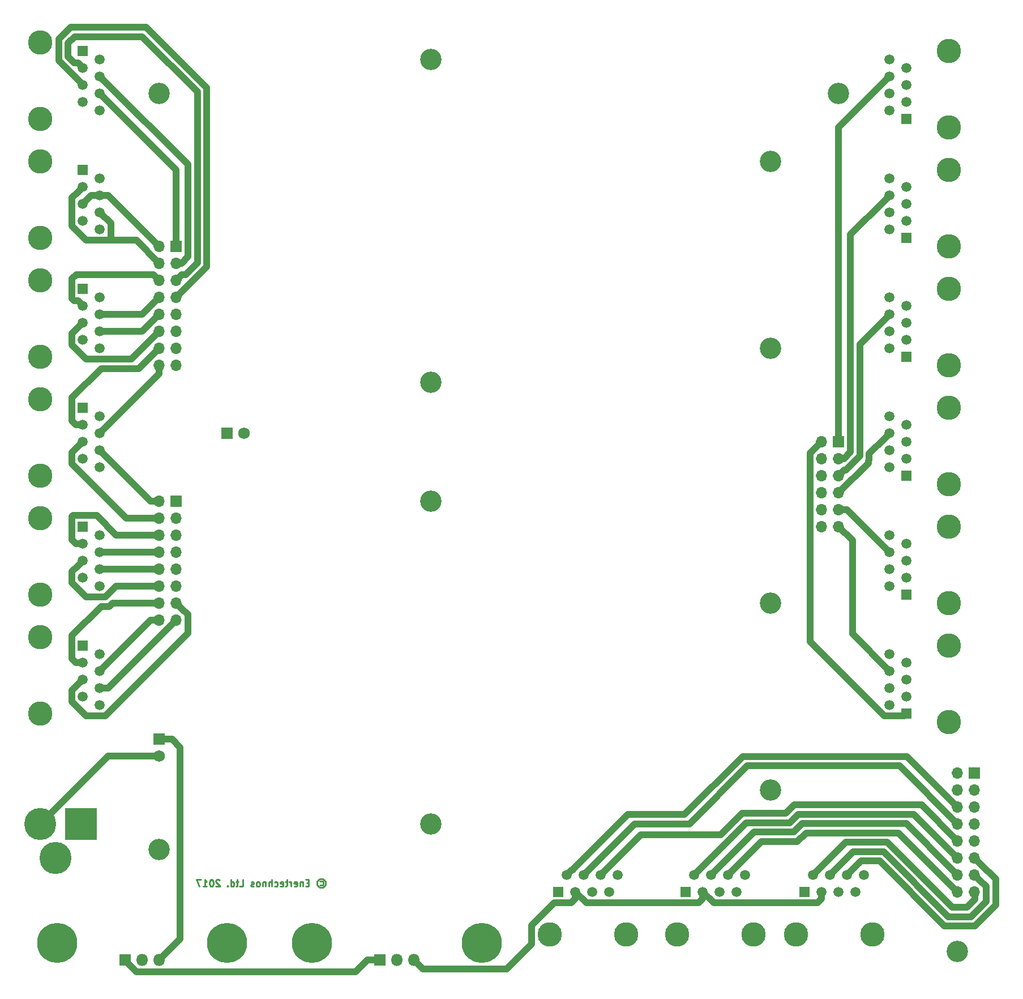
<source format=gbr>
G04 #@! TF.FileFunction,Copper,L2,Bot,Signal*
%FSLAX46Y46*%
G04 Gerber Fmt 4.6, Leading zero omitted, Abs format (unit mm)*
G04 Created by KiCad (PCBNEW 4.0.7) date 01/04/18 11:22:08*
%MOMM*%
%LPD*%
G01*
G04 APERTURE LIST*
%ADD10C,0.100000*%
%ADD11C,0.250000*%
%ADD12R,1.800000X1.800000*%
%ADD13O,1.800000X1.800000*%
%ADD14C,5.999480*%
%ADD15C,3.200000*%
%ADD16R,1.700000X1.700000*%
%ADD17O,1.700000X1.700000*%
%ADD18C,4.800000*%
%ADD19R,4.800000X4.800000*%
%ADD20C,3.650000*%
%ADD21R,1.500000X1.500000*%
%ADD22C,1.500000*%
%ADD23R,1.750000X1.750000*%
%ADD24C,1.750000*%
%ADD25C,1.000000*%
G04 APERTURE END LIST*
D10*
D11*
X51965716Y16819524D02*
X52060954Y16867143D01*
X52251430Y16867143D01*
X52346668Y16819524D01*
X52441906Y16724286D01*
X52489525Y16629048D01*
X52489525Y16438571D01*
X52441906Y16343333D01*
X52346668Y16248095D01*
X52251430Y16200476D01*
X52060954Y16200476D01*
X51965716Y16248095D01*
X52156192Y17200476D02*
X52394287Y17152857D01*
X52632383Y17010000D01*
X52775240Y16771905D01*
X52822859Y16533810D01*
X52775240Y16295714D01*
X52632383Y16057619D01*
X52394287Y15914762D01*
X52156192Y15867143D01*
X51918097Y15914762D01*
X51680002Y16057619D01*
X51537145Y16295714D01*
X51489525Y16533810D01*
X51537145Y16771905D01*
X51680002Y17010000D01*
X51918097Y17152857D01*
X52156192Y17200476D01*
X50299049Y16581429D02*
X49965715Y16581429D01*
X49822858Y16057619D02*
X50299049Y16057619D01*
X50299049Y17057619D01*
X49822858Y17057619D01*
X49394287Y16724286D02*
X49394287Y16057619D01*
X49394287Y16629048D02*
X49346668Y16676667D01*
X49251430Y16724286D01*
X49108572Y16724286D01*
X49013334Y16676667D01*
X48965715Y16581429D01*
X48965715Y16057619D01*
X48108572Y16105238D02*
X48203810Y16057619D01*
X48394287Y16057619D01*
X48489525Y16105238D01*
X48537144Y16200476D01*
X48537144Y16581429D01*
X48489525Y16676667D01*
X48394287Y16724286D01*
X48203810Y16724286D01*
X48108572Y16676667D01*
X48060953Y16581429D01*
X48060953Y16486190D01*
X48537144Y16390952D01*
X47632382Y16057619D02*
X47632382Y16724286D01*
X47632382Y16533810D02*
X47584763Y16629048D01*
X47537144Y16676667D01*
X47441906Y16724286D01*
X47346667Y16724286D01*
X47156191Y16724286D02*
X46775239Y16724286D01*
X47013334Y17057619D02*
X47013334Y16200476D01*
X46965715Y16105238D01*
X46870477Y16057619D01*
X46775239Y16057619D01*
X46060952Y16105238D02*
X46156190Y16057619D01*
X46346667Y16057619D01*
X46441905Y16105238D01*
X46489524Y16200476D01*
X46489524Y16581429D01*
X46441905Y16676667D01*
X46346667Y16724286D01*
X46156190Y16724286D01*
X46060952Y16676667D01*
X46013333Y16581429D01*
X46013333Y16486190D01*
X46489524Y16390952D01*
X45156190Y16105238D02*
X45251428Y16057619D01*
X45441905Y16057619D01*
X45537143Y16105238D01*
X45584762Y16152857D01*
X45632381Y16248095D01*
X45632381Y16533810D01*
X45584762Y16629048D01*
X45537143Y16676667D01*
X45441905Y16724286D01*
X45251428Y16724286D01*
X45156190Y16676667D01*
X44727619Y16057619D02*
X44727619Y17057619D01*
X44299047Y16057619D02*
X44299047Y16581429D01*
X44346666Y16676667D01*
X44441904Y16724286D01*
X44584762Y16724286D01*
X44680000Y16676667D01*
X44727619Y16629048D01*
X43822857Y16724286D02*
X43822857Y16057619D01*
X43822857Y16629048D02*
X43775238Y16676667D01*
X43680000Y16724286D01*
X43537142Y16724286D01*
X43441904Y16676667D01*
X43394285Y16581429D01*
X43394285Y16057619D01*
X42775238Y16057619D02*
X42870476Y16105238D01*
X42918095Y16152857D01*
X42965714Y16248095D01*
X42965714Y16533810D01*
X42918095Y16629048D01*
X42870476Y16676667D01*
X42775238Y16724286D01*
X42632380Y16724286D01*
X42537142Y16676667D01*
X42489523Y16629048D01*
X42441904Y16533810D01*
X42441904Y16248095D01*
X42489523Y16152857D01*
X42537142Y16105238D01*
X42632380Y16057619D01*
X42775238Y16057619D01*
X42060952Y16105238D02*
X41965714Y16057619D01*
X41775238Y16057619D01*
X41679999Y16105238D01*
X41632380Y16200476D01*
X41632380Y16248095D01*
X41679999Y16343333D01*
X41775238Y16390952D01*
X41918095Y16390952D01*
X42013333Y16438571D01*
X42060952Y16533810D01*
X42060952Y16581429D01*
X42013333Y16676667D01*
X41918095Y16724286D01*
X41775238Y16724286D01*
X41679999Y16676667D01*
X39965713Y16057619D02*
X40441904Y16057619D01*
X40441904Y17057619D01*
X39775237Y16724286D02*
X39394285Y16724286D01*
X39632380Y17057619D02*
X39632380Y16200476D01*
X39584761Y16105238D01*
X39489523Y16057619D01*
X39394285Y16057619D01*
X38632379Y16057619D02*
X38632379Y17057619D01*
X38632379Y16105238D02*
X38727617Y16057619D01*
X38918094Y16057619D01*
X39013332Y16105238D01*
X39060951Y16152857D01*
X39108570Y16248095D01*
X39108570Y16533810D01*
X39060951Y16629048D01*
X39013332Y16676667D01*
X38918094Y16724286D01*
X38727617Y16724286D01*
X38632379Y16676667D01*
X38156189Y16152857D02*
X38108570Y16105238D01*
X38156189Y16057619D01*
X38203808Y16105238D01*
X38156189Y16152857D01*
X38156189Y16057619D01*
X36965713Y16962381D02*
X36918094Y17010000D01*
X36822856Y17057619D01*
X36584760Y17057619D01*
X36489522Y17010000D01*
X36441903Y16962381D01*
X36394284Y16867143D01*
X36394284Y16771905D01*
X36441903Y16629048D01*
X37013332Y16057619D01*
X36394284Y16057619D01*
X35775237Y17057619D02*
X35679998Y17057619D01*
X35584760Y17010000D01*
X35537141Y16962381D01*
X35489522Y16867143D01*
X35441903Y16676667D01*
X35441903Y16438571D01*
X35489522Y16248095D01*
X35537141Y16152857D01*
X35584760Y16105238D01*
X35679998Y16057619D01*
X35775237Y16057619D01*
X35870475Y16105238D01*
X35918094Y16152857D01*
X35965713Y16248095D01*
X36013332Y16438571D01*
X36013332Y16676667D01*
X35965713Y16867143D01*
X35918094Y16962381D01*
X35870475Y17010000D01*
X35775237Y17057619D01*
X34489522Y16057619D02*
X35060951Y16057619D01*
X34775237Y16057619D02*
X34775237Y17057619D01*
X34870475Y16914762D01*
X34965713Y16819524D01*
X35060951Y16771905D01*
X34156189Y17057619D02*
X33489522Y17057619D01*
X33918094Y16057619D01*
D12*
X22860000Y5080000D03*
D13*
X25400000Y5080000D03*
X27940000Y5080000D03*
D12*
X60960000Y5080000D03*
D13*
X63500000Y5080000D03*
X66040000Y5080000D03*
D14*
X38100000Y7620000D03*
X12700000Y7620000D03*
D15*
X27940000Y21590000D03*
X147320000Y6350000D03*
X129540000Y134620000D03*
X27940000Y134620000D03*
X119380000Y58420000D03*
X68580000Y73660000D03*
X119380000Y30480000D03*
X68580000Y25400000D03*
X119380000Y124460000D03*
X119380000Y96520000D03*
X68580000Y91440000D03*
X68580000Y139700000D03*
D14*
X76200000Y7620000D03*
X50800000Y7620000D03*
D16*
X30480000Y73660000D03*
D17*
X27940000Y73660000D03*
X30480000Y71120000D03*
X27940000Y71120000D03*
X30480000Y68580000D03*
X27940000Y68580000D03*
X30480000Y66040000D03*
X27940000Y66040000D03*
X30480000Y63500000D03*
X27940000Y63500000D03*
X30480000Y60960000D03*
X27940000Y60960000D03*
X30480000Y58420000D03*
X27940000Y58420000D03*
X30480000Y55880000D03*
X27940000Y55880000D03*
D16*
X30480000Y111760000D03*
D17*
X27940000Y111760000D03*
X30480000Y109220000D03*
X27940000Y109220000D03*
X30480000Y106680000D03*
X27940000Y106680000D03*
X30480000Y104140000D03*
X27940000Y104140000D03*
X30480000Y101600000D03*
X27940000Y101600000D03*
X30480000Y99060000D03*
X27940000Y99060000D03*
X30480000Y96520000D03*
X27940000Y96520000D03*
X30480000Y93980000D03*
X27940000Y93980000D03*
D16*
X149860000Y33020000D03*
D17*
X147320000Y33020000D03*
X149860000Y30480000D03*
X147320000Y30480000D03*
X149860000Y27940000D03*
X147320000Y27940000D03*
X149860000Y25400000D03*
X147320000Y25400000D03*
X149860000Y22860000D03*
X147320000Y22860000D03*
X149860000Y20320000D03*
X147320000Y20320000D03*
X149860000Y17780000D03*
X147320000Y17780000D03*
X149860000Y15240000D03*
X147320000Y15240000D03*
D16*
X129540000Y82550000D03*
D17*
X127000000Y82550000D03*
X129540000Y80010000D03*
X127000000Y80010000D03*
X129540000Y77470000D03*
X127000000Y77470000D03*
X129540000Y74930000D03*
X127000000Y74930000D03*
X129540000Y72390000D03*
X127000000Y72390000D03*
X129540000Y69850000D03*
X127000000Y69850000D03*
D18*
X10160000Y25400000D03*
D19*
X16260000Y25400000D03*
D18*
X12450000Y20320000D03*
D20*
X146050000Y87630000D03*
X146050000Y76200000D03*
D21*
X139700000Y77470000D03*
D22*
X137160000Y78740000D03*
X139700000Y80010000D03*
X137160000Y81280000D03*
X139700000Y82550000D03*
X137160000Y83820000D03*
X139700000Y85090000D03*
X137160000Y86360000D03*
D20*
X146050000Y52070000D03*
X146050000Y40640000D03*
D21*
X139700000Y41910000D03*
D22*
X137160000Y43180000D03*
X139700000Y44450000D03*
X137160000Y45720000D03*
X139700000Y46990000D03*
X137160000Y48260000D03*
X139700000Y49530000D03*
X137160000Y50800000D03*
D20*
X10160000Y113030000D03*
X10160000Y124460000D03*
D21*
X16510000Y123190000D03*
D22*
X19050000Y121920000D03*
X16510000Y120650000D03*
X19050000Y119380000D03*
X16510000Y118110000D03*
X19050000Y116840000D03*
X16510000Y115570000D03*
X19050000Y114300000D03*
D20*
X146050000Y69850000D03*
X146050000Y58420000D03*
D21*
X139700000Y59690000D03*
D22*
X137160000Y60960000D03*
X139700000Y62230000D03*
X137160000Y63500000D03*
X139700000Y64770000D03*
X137160000Y66040000D03*
X139700000Y67310000D03*
X137160000Y68580000D03*
D20*
X10160000Y95250000D03*
X10160000Y106680000D03*
D21*
X16510000Y105410000D03*
D22*
X19050000Y104140000D03*
X16510000Y102870000D03*
X19050000Y101600000D03*
X16510000Y100330000D03*
X19050000Y99060000D03*
X16510000Y97790000D03*
X19050000Y96520000D03*
D20*
X10160000Y77470000D03*
X10160000Y88900000D03*
D21*
X16510000Y87630000D03*
D22*
X19050000Y86360000D03*
X16510000Y85090000D03*
X19050000Y83820000D03*
X16510000Y82550000D03*
X19050000Y81280000D03*
X16510000Y80010000D03*
X19050000Y78740000D03*
D20*
X146050000Y105410000D03*
X146050000Y93980000D03*
D21*
X139700000Y95250000D03*
D22*
X137160000Y96520000D03*
X139700000Y97790000D03*
X137160000Y99060000D03*
X139700000Y100330000D03*
X137160000Y101600000D03*
X139700000Y102870000D03*
X137160000Y104140000D03*
D20*
X10160000Y59690000D03*
X10160000Y71120000D03*
D21*
X16510000Y69850000D03*
D22*
X19050000Y68580000D03*
X16510000Y67310000D03*
X19050000Y66040000D03*
X16510000Y64770000D03*
X19050000Y63500000D03*
X16510000Y62230000D03*
X19050000Y60960000D03*
D20*
X146050000Y123190000D03*
X146050000Y111760000D03*
D21*
X139700000Y113030000D03*
D22*
X137160000Y114300000D03*
X139700000Y115570000D03*
X137160000Y116840000D03*
X139700000Y118110000D03*
X137160000Y119380000D03*
X139700000Y120650000D03*
X137160000Y121920000D03*
D20*
X10160000Y41910000D03*
X10160000Y53340000D03*
D21*
X16510000Y52070000D03*
D22*
X19050000Y50800000D03*
X16510000Y49530000D03*
X19050000Y48260000D03*
X16510000Y46990000D03*
X19050000Y45720000D03*
X16510000Y44450000D03*
X19050000Y43180000D03*
D20*
X146050000Y140970000D03*
X146050000Y129540000D03*
D21*
X139700000Y130810000D03*
D22*
X137160000Y132080000D03*
X139700000Y133350000D03*
X137160000Y134620000D03*
X139700000Y135890000D03*
X137160000Y137160000D03*
X139700000Y138430000D03*
X137160000Y139700000D03*
D20*
X10160000Y130810000D03*
X10160000Y142240000D03*
D21*
X16510000Y140970000D03*
D22*
X19050000Y139700000D03*
X16510000Y138430000D03*
X19050000Y137160000D03*
X16510000Y135890000D03*
X19050000Y134620000D03*
X16510000Y133350000D03*
X19050000Y132080000D03*
D20*
X97790000Y8890000D03*
X86360000Y8890000D03*
D21*
X87630000Y15240000D03*
D22*
X88900000Y17780000D03*
X90170000Y15240000D03*
X91440000Y17780000D03*
X92710000Y15240000D03*
X93980000Y17780000D03*
X95250000Y15240000D03*
X96520000Y17780000D03*
D20*
X134620000Y8890000D03*
X123190000Y8890000D03*
D21*
X124460000Y15240000D03*
D22*
X125730000Y17780000D03*
X127000000Y15240000D03*
X128270000Y17780000D03*
X129540000Y15240000D03*
X130810000Y17780000D03*
X132080000Y15240000D03*
X133350000Y17780000D03*
D20*
X116840000Y8890000D03*
X105410000Y8890000D03*
D21*
X106680000Y15240000D03*
D22*
X107950000Y17780000D03*
X109220000Y15240000D03*
X110490000Y17780000D03*
X111760000Y15240000D03*
X113030000Y17780000D03*
X114300000Y15240000D03*
X115570000Y17780000D03*
D23*
X27940000Y38060000D03*
D24*
X27940000Y35560000D03*
D23*
X38100000Y83820000D03*
D24*
X40600000Y83820000D03*
D25*
X129540000Y69850000D02*
X131596535Y67793465D01*
X131596535Y67793465D02*
X131596535Y53823465D01*
X131596535Y53823465D02*
X137160000Y48260000D01*
X15509997Y107529999D02*
X27090001Y107529999D01*
X27090001Y107529999D02*
X27940000Y106680000D01*
X15509997Y107529999D02*
X14859999Y106880001D01*
X14859999Y106880001D02*
X14859999Y103939999D01*
X15760001Y103619999D02*
X16510000Y102870000D01*
X14859999Y103939999D02*
X15179999Y103619999D01*
X15179999Y103619999D02*
X15760001Y103619999D01*
X16510000Y100330000D02*
X14859999Y98679999D01*
X14859999Y96997999D02*
X16987999Y94869999D01*
X14859999Y98679999D02*
X14859999Y96997999D01*
X16987999Y94869999D02*
X23749999Y94869999D01*
X23749999Y94869999D02*
X27940000Y99060000D01*
X19050000Y101600000D02*
X25400000Y101600000D01*
X25400000Y101600000D02*
X27940000Y104140000D01*
X19050000Y99060000D02*
X25400000Y99060000D01*
X25400000Y99060000D02*
X27940000Y101600000D01*
X129540000Y72390000D02*
X130810000Y72390000D01*
X130810000Y72390000D02*
X137160000Y66040000D01*
X10160000Y25400000D02*
X20320000Y35560000D01*
X20320000Y35560000D02*
X27940000Y35560000D01*
X22860000Y5080000D02*
X22860000Y4955998D01*
X24535999Y3279999D02*
X57259999Y3279999D01*
X59060000Y5080000D02*
X60960000Y5080000D01*
X22860000Y4955998D02*
X24535999Y3279999D01*
X57259999Y3279999D02*
X59060000Y5080000D01*
X19229986Y93469988D02*
X24889988Y93469988D01*
X24889988Y93469988D02*
X27940000Y96520000D01*
X14859999Y85679341D02*
X15449340Y85090000D01*
X15449340Y85090000D02*
X16510000Y85090000D01*
X19229986Y93469988D02*
X14859999Y89100001D01*
X14859999Y89100001D02*
X14859999Y85679341D01*
X19050000Y83820000D02*
X27940000Y92710000D01*
X27940000Y92710000D02*
X27940000Y93980000D01*
X16510000Y82550000D02*
X14859999Y80899999D01*
X14859999Y80899999D02*
X14859999Y79217999D01*
X14859999Y79217999D02*
X22957998Y71120000D01*
X22957998Y71120000D02*
X26737919Y71120000D01*
X26737919Y71120000D02*
X27940000Y71120000D01*
X27940000Y73660000D02*
X26670000Y73660000D01*
X26670000Y73660000D02*
X19050000Y81280000D01*
X24510001Y112649999D02*
X27940000Y109220000D01*
X20320000Y112649999D02*
X24510001Y112649999D01*
X17780000Y112649999D02*
X20320000Y112649999D01*
X20700001Y115189999D02*
X20700001Y113030000D01*
X20700001Y113030000D02*
X20320000Y112649999D01*
X19842001Y112649999D02*
X17780000Y112649999D01*
X17780000Y112649999D02*
X16987999Y112649999D01*
X19050000Y116840000D02*
X20700001Y115189999D01*
X16987999Y112649999D02*
X14859999Y114777999D01*
X15760001Y119900001D02*
X16510000Y120650000D01*
X14859999Y114777999D02*
X14859999Y118999999D01*
X14859999Y118999999D02*
X15760001Y119900001D01*
X19050000Y119380000D02*
X20320000Y119380000D01*
X27090001Y112609999D02*
X27940000Y111760000D01*
X20320000Y119380000D02*
X27090001Y112609999D01*
X19050000Y119380000D02*
X17780000Y119380000D01*
X17780000Y119380000D02*
X16510000Y118110000D01*
X27940000Y68580000D02*
X21492002Y68580000D01*
X21492002Y68580000D02*
X18572001Y71500001D01*
X18572001Y71500001D02*
X15039999Y71500001D01*
X15039999Y71500001D02*
X14859999Y71320001D01*
X14859999Y71320001D02*
X14859999Y67899341D01*
X14859999Y67899341D02*
X15449340Y67310000D01*
X15449340Y67310000D02*
X16510000Y67310000D01*
X27940000Y66040000D02*
X19050000Y66040000D01*
X15760001Y64020001D02*
X16510000Y64770000D01*
X16987999Y59309999D02*
X14859999Y61437999D01*
X19842001Y59309999D02*
X16987999Y59309999D01*
X21492002Y60960000D02*
X19842001Y59309999D01*
X27940000Y60960000D02*
X21492002Y60960000D01*
X14859999Y63119999D02*
X15760001Y64020001D01*
X14859999Y61437999D02*
X14859999Y63119999D01*
X27940000Y63500000D02*
X19050000Y63500000D01*
X27940000Y58420000D02*
X20931916Y58420000D01*
X15449340Y49530000D02*
X16510000Y49530000D01*
X20931916Y58420000D02*
X20421904Y57909988D01*
X20421904Y57909988D02*
X19229986Y57909988D01*
X19229986Y57909988D02*
X14859999Y53540001D01*
X14859999Y53540001D02*
X14859999Y50119341D01*
X14859999Y50119341D02*
X15449340Y49530000D01*
X27940000Y55880000D02*
X26670000Y55880000D01*
X26670000Y55880000D02*
X19050000Y48260000D01*
X16510000Y46990000D02*
X14859999Y45339999D01*
X14859999Y45339999D02*
X14859999Y43657999D01*
X14859999Y43657999D02*
X16987999Y41529999D01*
X16987999Y41529999D02*
X19842001Y41529999D01*
X19842001Y41529999D02*
X32230001Y53917999D01*
X32230001Y53917999D02*
X32230001Y56669999D01*
X32230001Y56669999D02*
X31329999Y57570001D01*
X31329999Y57570001D02*
X30480000Y58420000D01*
X19050000Y45720000D02*
X20320000Y45720000D01*
X20320000Y45720000D02*
X30480000Y55880000D01*
X131290001Y113510001D02*
X136410001Y118630001D01*
X136410001Y118630001D02*
X137160000Y119380000D01*
X131290001Y80979999D02*
X131290001Y113510001D01*
X130320002Y80010000D02*
X131290001Y80979999D01*
X129540000Y80010000D02*
X130320002Y80010000D01*
X136410001Y100850001D02*
X137160000Y101600000D01*
X132690012Y97130012D02*
X136410001Y100850001D01*
X132690012Y80400096D02*
X132690012Y97130012D01*
X130609915Y78319999D02*
X132690012Y80400096D01*
X129540000Y77470000D02*
X130389999Y78319999D01*
X130389999Y78319999D02*
X130609915Y78319999D01*
X137160000Y101600000D02*
X137160000Y101502002D01*
X129540000Y74930000D02*
X133955382Y79345382D01*
X133955382Y79345382D02*
X133955382Y79685552D01*
X133955382Y79685552D02*
X134090023Y79820193D01*
X134090023Y79820193D02*
X134090023Y80750023D01*
X134090023Y80750023D02*
X136410001Y83070001D01*
X136410001Y83070001D02*
X137160000Y83820000D01*
X122208431Y25565159D02*
X115735159Y25565159D01*
X108699999Y18529999D02*
X107950000Y17780000D01*
X123495965Y26852693D02*
X122208431Y25565159D01*
X115735159Y25565159D02*
X108699999Y18529999D01*
X140787307Y26852693D02*
X123495965Y26852693D01*
X147320000Y20320000D02*
X140787307Y26852693D01*
X124075868Y25452682D02*
X139647318Y25452682D01*
X146470001Y18629999D02*
X147320000Y17780000D01*
X122788334Y24165148D02*
X124075868Y25452682D01*
X116875148Y24165148D02*
X122788334Y24165148D01*
X110490000Y17780000D02*
X116875148Y24165148D01*
X139647318Y25452682D02*
X146470001Y18629999D01*
X113779999Y18529999D02*
X113030000Y17780000D01*
X118015137Y22765137D02*
X113779999Y18529999D01*
X147320000Y15240000D02*
X138507329Y24052671D01*
X123368237Y22765137D02*
X118015137Y22765137D01*
X138507329Y24052671D02*
X124655771Y24052671D01*
X124655771Y24052671D02*
X123368237Y22765137D01*
X147320000Y27940000D02*
X139776674Y35483326D01*
X139776674Y35483326D02*
X115175055Y35483326D01*
X115175055Y35483326D02*
X106491739Y26800010D01*
X89649999Y18529999D02*
X88900000Y17780000D01*
X106491739Y26800010D02*
X98018008Y26800010D01*
X98018008Y26800010D02*
X89789999Y18572001D01*
X89789999Y18572001D02*
X89789999Y18529999D01*
X89789999Y18529999D02*
X89649999Y18529999D01*
X115897393Y34083316D02*
X107214077Y25400000D01*
X147320000Y25400000D02*
X138636684Y34083316D01*
X138636684Y34083316D02*
X115897393Y34083316D01*
X107214077Y25400000D02*
X99060000Y25400000D01*
X99060000Y25400000D02*
X92189999Y18529999D01*
X92189999Y18529999D02*
X91440000Y17780000D01*
X147320000Y22860000D02*
X141927296Y28252704D01*
X141927296Y28252704D02*
X122916062Y28252704D01*
X122916062Y28252704D02*
X121628528Y26965170D01*
X121628528Y26965170D02*
X115087337Y26965170D01*
X115087337Y26965170D02*
X111888514Y23766347D01*
X111888514Y23766347D02*
X99966347Y23766347D01*
X99966347Y23766347D02*
X94729999Y18529999D01*
X94729999Y18529999D02*
X93980000Y17780000D01*
X130602663Y22652663D02*
X136825435Y22652663D01*
X136825435Y22652663D02*
X146538199Y12939899D01*
X125730000Y17780000D02*
X130602663Y22652663D01*
X148750637Y12939899D02*
X149896363Y14085625D01*
X146538199Y12939899D02*
X148750637Y12939899D01*
X149896363Y14085625D02*
X149896363Y15203637D01*
X149896363Y15203637D02*
X149860000Y15240000D01*
X131742652Y21252652D02*
X136245532Y21252652D01*
X150709999Y16930001D02*
X149860000Y17780000D01*
X151610001Y16029999D02*
X150709999Y16930001D01*
X151610001Y13819349D02*
X151610001Y16029999D01*
X128270000Y17780000D02*
X131742652Y21252652D01*
X149330541Y11539889D02*
X151610001Y13819349D01*
X145958296Y11539888D02*
X149330541Y11539889D01*
X136245532Y21252652D02*
X145958296Y11539888D01*
X150709999Y19470001D02*
X149860000Y20320000D01*
X135665629Y19852641D02*
X145378394Y10139878D01*
X130810000Y17780000D02*
X132882641Y19852641D01*
X132882641Y19852641D02*
X135665629Y19852641D01*
X153010012Y17169988D02*
X150709999Y19470001D01*
X149910445Y10139879D02*
X153010012Y13239446D01*
X145378394Y10139878D02*
X149910445Y10139879D01*
X153010012Y13239446D02*
X153010012Y17169988D01*
X129540000Y82550000D02*
X129540000Y129540000D01*
X129540000Y129540000D02*
X137160000Y137160000D01*
X127000000Y82550000D02*
X125249999Y80799999D01*
X136367999Y41529999D02*
X139319999Y41529999D01*
X125249999Y80799999D02*
X125249999Y52647999D01*
X125249999Y52647999D02*
X136367999Y41529999D01*
X139319999Y41529999D02*
X139700000Y41910000D01*
X109220000Y15240000D02*
X110870001Y13589999D01*
X110870001Y13589999D02*
X126410659Y13589999D01*
X126410659Y13589999D02*
X127000000Y14179340D01*
X127000000Y14179340D02*
X127000000Y15240000D01*
X90170000Y15240000D02*
X91820001Y13589999D01*
X108630659Y13589999D02*
X109220000Y14179340D01*
X91820001Y13589999D02*
X108630659Y13589999D01*
X109220000Y14179340D02*
X109220000Y15240000D01*
X66040000Y5080000D02*
X67399741Y3720259D01*
X79920259Y3720259D02*
X83634999Y7434999D01*
X87026997Y13589999D02*
X89580659Y13589999D01*
X67399741Y3720259D02*
X79920259Y3720259D01*
X83634999Y7434999D02*
X83634999Y10198001D01*
X90170000Y14179340D02*
X90170000Y15240000D01*
X83634999Y10198001D02*
X87026997Y13589999D01*
X89580659Y13589999D02*
X90170000Y14179340D01*
X15760001Y139179999D02*
X16510000Y138430000D01*
X15199915Y139179999D02*
X15760001Y139179999D01*
X14306736Y142131942D02*
X14306736Y140073178D01*
X14306736Y140073178D02*
X15199915Y139179999D01*
X15282853Y143108059D02*
X14306736Y142131942D01*
X25368752Y143108059D02*
X15282853Y143108059D01*
X33630006Y109269920D02*
X33630006Y134846805D01*
X31890085Y107529999D02*
X33630006Y109269920D01*
X33630006Y134846805D02*
X25368752Y143108059D01*
X31329999Y107529999D02*
X31890085Y107529999D01*
X30480000Y106680000D02*
X31329999Y107529999D01*
X19799999Y136410001D02*
X19050000Y137160000D01*
X32230001Y123979999D02*
X19799999Y136410001D01*
X30480000Y109220000D02*
X31260002Y109220000D01*
X32230001Y110189999D02*
X32230001Y123979999D01*
X31260002Y109220000D02*
X32230001Y110189999D01*
X12906725Y142711845D02*
X12906726Y139493274D01*
X14702949Y144508069D02*
X12906725Y142711845D01*
X35030016Y135426709D02*
X25948655Y144508070D01*
X12906726Y139493274D02*
X15760001Y136639999D01*
X25948655Y144508070D02*
X14702949Y144508069D01*
X30480000Y104140000D02*
X35030017Y108690017D01*
X35030017Y108690017D02*
X35030016Y135426709D01*
X15760001Y136639999D02*
X16510000Y135890000D01*
X30480000Y111760000D02*
X30480000Y123190000D01*
X30480000Y123190000D02*
X19050000Y134620000D01*
X27940000Y5080000D02*
X31040001Y8180001D01*
X31040001Y8180001D02*
X31040001Y36834999D01*
X31040001Y36834999D02*
X29815000Y38060000D01*
X29815000Y38060000D02*
X27940000Y38060000D01*
M02*

</source>
